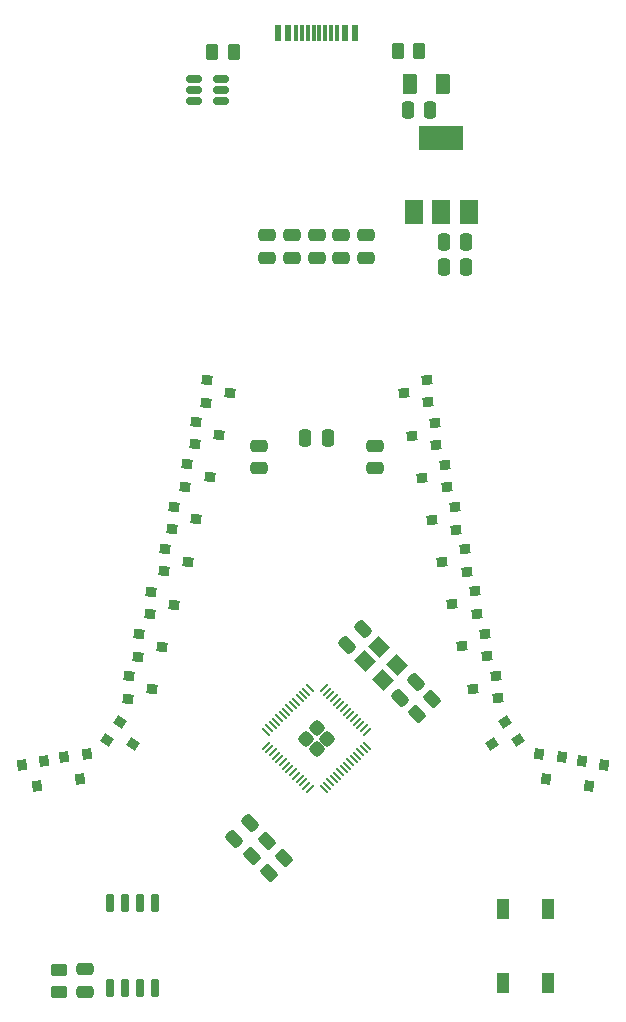
<source format=gbr>
%TF.GenerationSoftware,KiCad,Pcbnew,(6.0.6)*%
%TF.CreationDate,2022-07-22T10:15:02+02:00*%
%TF.ProjectId,knobdeavour,6b6e6f62-6465-4617-966f-75722e6b6963,1*%
%TF.SameCoordinates,Original*%
%TF.FileFunction,Paste,Bot*%
%TF.FilePolarity,Positive*%
%FSLAX46Y46*%
G04 Gerber Fmt 4.6, Leading zero omitted, Abs format (unit mm)*
G04 Created by KiCad (PCBNEW (6.0.6)) date 2022-07-22 10:15:02*
%MOMM*%
%LPD*%
G01*
G04 APERTURE LIST*
G04 Aperture macros list*
%AMRoundRect*
0 Rectangle with rounded corners*
0 $1 Rounding radius*
0 $2 $3 $4 $5 $6 $7 $8 $9 X,Y pos of 4 corners*
0 Add a 4 corners polygon primitive as box body*
4,1,4,$2,$3,$4,$5,$6,$7,$8,$9,$2,$3,0*
0 Add four circle primitives for the rounded corners*
1,1,$1+$1,$2,$3*
1,1,$1+$1,$4,$5*
1,1,$1+$1,$6,$7*
1,1,$1+$1,$8,$9*
0 Add four rect primitives between the rounded corners*
20,1,$1+$1,$2,$3,$4,$5,0*
20,1,$1+$1,$4,$5,$6,$7,0*
20,1,$1+$1,$6,$7,$8,$9,0*
20,1,$1+$1,$8,$9,$2,$3,0*%
%AMRotRect*
0 Rectangle, with rotation*
0 The origin of the aperture is its center*
0 $1 length*
0 $2 width*
0 $3 Rotation angle, in degrees counterclockwise*
0 Add horizontal line*
21,1,$1,$2,0,0,$3*%
G04 Aperture macros list end*
%ADD10RotRect,0.900000X0.800000X356.000000*%
%ADD11RoundRect,0.250000X0.475000X-0.250000X0.475000X0.250000X-0.475000X0.250000X-0.475000X-0.250000X0*%
%ADD12RotRect,0.900000X0.800000X184.000000*%
%ADD13RoundRect,0.250000X0.250000X0.475000X-0.250000X0.475000X-0.250000X-0.475000X0.250000X-0.475000X0*%
%ADD14RoundRect,0.250000X0.375000X0.625000X-0.375000X0.625000X-0.375000X-0.625000X0.375000X-0.625000X0*%
%ADD15RoundRect,0.250000X-0.450000X0.262500X-0.450000X-0.262500X0.450000X-0.262500X0.450000X0.262500X0*%
%ADD16RoundRect,0.250000X-0.262500X-0.450000X0.262500X-0.450000X0.262500X0.450000X-0.262500X0.450000X0*%
%ADD17RoundRect,0.250000X-0.475000X0.250000X-0.475000X-0.250000X0.475000X-0.250000X0.475000X0.250000X0*%
%ADD18RoundRect,0.250000X-0.250000X-0.475000X0.250000X-0.475000X0.250000X0.475000X-0.250000X0.475000X0*%
%ADD19RoundRect,0.250000X-0.159099X0.512652X-0.512652X0.159099X0.159099X-0.512652X0.512652X-0.159099X0*%
%ADD20R,1.500000X2.000000*%
%ADD21R,3.800000X2.000000*%
%ADD22R,0.600000X1.450000*%
%ADD23R,0.300000X1.450000*%
%ADD24RotRect,0.900000X0.800000X215.000000*%
%ADD25RoundRect,0.150000X-0.150000X0.650000X-0.150000X-0.650000X0.150000X-0.650000X0.150000X0.650000X0*%
%ADD26R,1.000000X1.700000*%
%ADD27RoundRect,0.150000X0.512500X0.150000X-0.512500X0.150000X-0.512500X-0.150000X0.512500X-0.150000X0*%
%ADD28RoundRect,0.250000X0.132583X-0.503814X0.503814X-0.132583X-0.132583X0.503814X-0.503814X0.132583X0*%
%ADD29RotRect,0.900000X0.800000X280.000000*%
%ADD30RotRect,1.400000X1.200000X135.000000*%
%ADD31RoundRect,0.250000X0.159099X-0.512652X0.512652X-0.159099X-0.159099X0.512652X-0.512652X0.159099X0*%
%ADD32RotRect,0.900000X0.800000X260.000000*%
%ADD33RoundRect,0.250000X0.262500X0.450000X-0.262500X0.450000X-0.262500X-0.450000X0.262500X-0.450000X0*%
%ADD34RotRect,0.900000X0.800000X325.000000*%
%ADD35RoundRect,0.250000X-0.413257X0.000000X0.000000X-0.413257X0.413257X0.000000X0.000000X0.413257X0*%
%ADD36RoundRect,0.050000X-0.309359X0.238649X0.238649X-0.309359X0.309359X-0.238649X-0.238649X0.309359X0*%
%ADD37RoundRect,0.050000X-0.309359X-0.238649X-0.238649X-0.309359X0.309359X0.238649X0.238649X0.309359X0*%
G04 APERTURE END LIST*
D10*
%TO.C,D10*%
X139596167Y-86237929D03*
X139728705Y-84342558D03*
X141657564Y-85429756D03*
%TD*%
D11*
%TO.C,C14*%
X157880000Y-56070000D03*
X157880000Y-54170000D03*
%TD*%
D12*
%TO.C,D19*%
X168931295Y-91452558D03*
X169063833Y-93347929D03*
X167002436Y-92539756D03*
%TD*%
D11*
%TO.C,C13*%
X155800000Y-56070000D03*
X155800000Y-54170000D03*
%TD*%
D12*
%TO.C,D14*%
X167141295Y-84292558D03*
X167273833Y-86187929D03*
X165212436Y-85379756D03*
%TD*%
D13*
%TO.C,C7*%
X154660000Y-71290000D03*
X152760000Y-71290000D03*
%TD*%
D10*
%TO.C,D1*%
X142606167Y-75447929D03*
X142738705Y-73552558D03*
X144667564Y-74639756D03*
%TD*%
D14*
%TO.C,F0*%
X164400000Y-41330000D03*
X161600000Y-41330000D03*
%TD*%
D15*
%TO.C,R1*%
X131920000Y-116357500D03*
X131920000Y-118182500D03*
%TD*%
D10*
%TO.C,D2*%
X141486167Y-79017929D03*
X141618705Y-77122558D03*
X143547564Y-78209756D03*
%TD*%
D16*
%TO.C,R6*%
X160587500Y-38580000D03*
X162412500Y-38580000D03*
%TD*%
D17*
%TO.C,C6*%
X148805000Y-71980000D03*
X148805000Y-73880000D03*
%TD*%
D11*
%TO.C,C5*%
X134110000Y-118200000D03*
X134110000Y-116300000D03*
%TD*%
D10*
%TO.C,D5*%
X143411167Y-71857929D03*
X143543705Y-69962558D03*
X145472564Y-71049756D03*
%TD*%
D18*
%TO.C,C1*%
X161460000Y-43540000D03*
X163360000Y-43540000D03*
%TD*%
D10*
%TO.C,D11*%
X138566167Y-89817929D03*
X138698705Y-87922558D03*
X140627564Y-89009756D03*
%TD*%
D12*
%TO.C,D17*%
X163731295Y-70032558D03*
X163863833Y-71927929D03*
X161802436Y-71119756D03*
%TD*%
%TO.C,D13*%
X163051295Y-66402558D03*
X163183833Y-68297929D03*
X161122436Y-67489756D03*
%TD*%
D18*
%TO.C,C4*%
X164490000Y-54730000D03*
X166390000Y-54730000D03*
%TD*%
D10*
%TO.C,D6*%
X140776167Y-82617929D03*
X140908705Y-80722558D03*
X142837564Y-81809756D03*
%TD*%
D19*
%TO.C,C2*%
X157631751Y-87478249D03*
X156288249Y-88821751D03*
%TD*%
D20*
%TO.C,U1*%
X166590000Y-52180000D03*
D21*
X164290000Y-45880000D03*
D20*
X164290000Y-52180000D03*
X161990000Y-52180000D03*
%TD*%
D22*
%TO.C,J0*%
X150460000Y-37015000D03*
X151260000Y-37015000D03*
D23*
X152460000Y-37015000D03*
X153460000Y-37015000D03*
X153960000Y-37015000D03*
X154960000Y-37015000D03*
D22*
X156160000Y-37015000D03*
X156960000Y-37015000D03*
X156960000Y-37015000D03*
X156160000Y-37015000D03*
D23*
X155460000Y-37015000D03*
X154460000Y-37015000D03*
X152960000Y-37015000D03*
X151960000Y-37015000D03*
D22*
X151260000Y-37015000D03*
X150460000Y-37015000D03*
%TD*%
D24*
%TO.C,D22*%
X169704254Y-95338229D03*
X170794050Y-96894618D03*
X168610848Y-97263576D03*
%TD*%
D25*
%TO.C,U2*%
X136207500Y-110700000D03*
X137477500Y-110700000D03*
X138747500Y-110700000D03*
X140017500Y-110700000D03*
X140017500Y-117900000D03*
X138747500Y-117900000D03*
X137477500Y-117900000D03*
X136207500Y-117900000D03*
%TD*%
D26*
%TO.C,SW0*%
X169540000Y-111160000D03*
X169540000Y-117460000D03*
X173340000Y-117460000D03*
X173340000Y-111160000D03*
%TD*%
D27*
%TO.C,U44*%
X145597500Y-40910000D03*
X145597500Y-41860000D03*
X145597500Y-42810000D03*
X143322500Y-42810000D03*
X143322500Y-41860000D03*
X143322500Y-40910000D03*
%TD*%
D28*
%TO.C,R4*%
X149674765Y-108125235D03*
X150965235Y-106834765D03*
%TD*%
%TO.C,R3*%
X148214765Y-106695235D03*
X149505235Y-105404765D03*
%TD*%
D12*
%TO.C,D12*%
X164601295Y-73602558D03*
X164733833Y-75497929D03*
X162672436Y-74689756D03*
%TD*%
D29*
%TO.C,D8*%
X128780784Y-98980158D03*
X130651919Y-98650226D03*
X130063648Y-100784808D03*
%TD*%
D30*
%TO.C,Y0*%
X159366777Y-91768858D03*
X157811142Y-90213223D03*
X159013223Y-89011142D03*
X160568858Y-90566777D03*
%TD*%
D31*
%TO.C,C3*%
X160778249Y-93311751D03*
X162121751Y-91968249D03*
%TD*%
%TO.C,C10*%
X146718249Y-105281751D03*
X148061751Y-103938249D03*
%TD*%
D32*
%TO.C,D16*%
X176178081Y-98660226D03*
X178049216Y-98990158D03*
X176766352Y-100794808D03*
%TD*%
D28*
%TO.C,R5*%
X162234765Y-94715235D03*
X163525235Y-93424765D03*
%TD*%
D11*
%TO.C,C12*%
X153720000Y-56070000D03*
X153720000Y-54170000D03*
%TD*%
D12*
%TO.C,D21*%
X165421295Y-77182558D03*
X165553833Y-79077929D03*
X163492436Y-78269756D03*
%TD*%
D32*
%TO.C,D20*%
X172588081Y-98030226D03*
X174459216Y-98360158D03*
X173176352Y-100164808D03*
%TD*%
D11*
%TO.C,C11*%
X151650000Y-56060000D03*
X151650000Y-54160000D03*
%TD*%
D29*
%TO.C,D4*%
X132370784Y-98360158D03*
X134241919Y-98030226D03*
X133653648Y-100164808D03*
%TD*%
D33*
%TO.C,R7*%
X146712500Y-38610000D03*
X144887500Y-38610000D03*
%TD*%
D10*
%TO.C,D7*%
X137746167Y-93387929D03*
X137878705Y-91492558D03*
X139807564Y-92579756D03*
%TD*%
D18*
%TO.C,C17*%
X164470000Y-56850000D03*
X166370000Y-56850000D03*
%TD*%
D11*
%TO.C,C9*%
X149540000Y-56050000D03*
X149540000Y-54150000D03*
%TD*%
D34*
%TO.C,D3*%
X135975950Y-96894618D03*
X137065746Y-95338229D03*
X138159152Y-97263576D03*
%TD*%
D10*
%TO.C,D9*%
X144341167Y-68317929D03*
X144473705Y-66422558D03*
X146402564Y-67509756D03*
%TD*%
D35*
%TO.C,U3*%
X152813439Y-96770000D03*
X153715000Y-97671561D03*
X153715000Y-95868439D03*
X154616561Y-96770000D03*
D36*
X149445843Y-96177798D03*
X149728686Y-95894955D03*
X150011528Y-95612113D03*
X150294371Y-95329270D03*
X150577214Y-95046427D03*
X150860056Y-94763585D03*
X151142899Y-94480742D03*
X151425742Y-94197899D03*
X151708585Y-93915056D03*
X151991427Y-93632214D03*
X152274270Y-93349371D03*
X152557113Y-93066528D03*
X152839955Y-92783686D03*
X153122798Y-92500843D03*
D37*
X154307202Y-92500843D03*
X154590045Y-92783686D03*
X154872887Y-93066528D03*
X155155730Y-93349371D03*
X155438573Y-93632214D03*
X155721415Y-93915056D03*
X156004258Y-94197899D03*
X156287101Y-94480742D03*
X156569944Y-94763585D03*
X156852786Y-95046427D03*
X157135629Y-95329270D03*
X157418472Y-95612113D03*
X157701314Y-95894955D03*
X157984157Y-96177798D03*
D36*
X157984157Y-97362202D03*
X157701314Y-97645045D03*
X157418472Y-97927887D03*
X157135629Y-98210730D03*
X156852786Y-98493573D03*
X156569944Y-98776415D03*
X156287101Y-99059258D03*
X156004258Y-99342101D03*
X155721415Y-99624944D03*
X155438573Y-99907786D03*
X155155730Y-100190629D03*
X154872887Y-100473472D03*
X154590045Y-100756314D03*
X154307202Y-101039157D03*
D37*
X153122798Y-101039157D03*
X152839955Y-100756314D03*
X152557113Y-100473472D03*
X152274270Y-100190629D03*
X151991427Y-99907786D03*
X151708585Y-99624944D03*
X151425742Y-99342101D03*
X151142899Y-99059258D03*
X150860056Y-98776415D03*
X150577214Y-98493573D03*
X150294371Y-98210730D03*
X150011528Y-97927887D03*
X149728686Y-97645045D03*
X149445843Y-97362202D03*
%TD*%
D12*
%TO.C,D15*%
X167981295Y-87872558D03*
X168113833Y-89767929D03*
X166052436Y-88959756D03*
%TD*%
D17*
%TO.C,C8*%
X158655000Y-71970000D03*
X158655000Y-73870000D03*
%TD*%
D12*
%TO.C,D18*%
X166291295Y-80742558D03*
X166423833Y-82637929D03*
X164362436Y-81829756D03*
%TD*%
M02*

</source>
